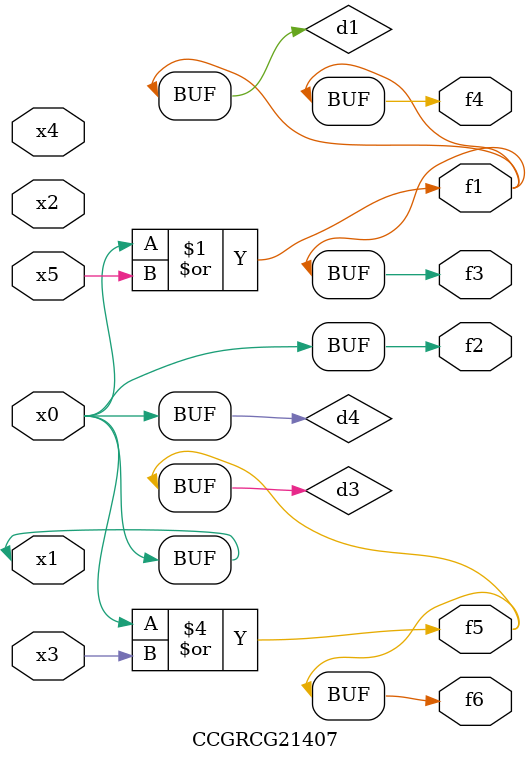
<source format=v>
module CCGRCG21407(
	input x0, x1, x2, x3, x4, x5,
	output f1, f2, f3, f4, f5, f6
);

	wire d1, d2, d3, d4;

	or (d1, x0, x5);
	xnor (d2, x1, x4);
	or (d3, x0, x3);
	buf (d4, x0, x1);
	assign f1 = d1;
	assign f2 = d4;
	assign f3 = d1;
	assign f4 = d1;
	assign f5 = d3;
	assign f6 = d3;
endmodule

</source>
